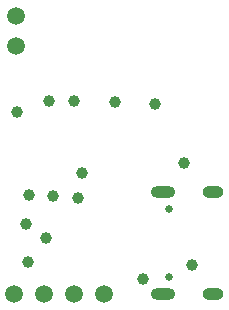
<source format=gbs>
%TF.GenerationSoftware,KiCad,Pcbnew,7.0.10*%
%TF.CreationDate,2024-03-03T23:10:31-08:00*%
%TF.ProjectId,Tracker_Band_V1,54726163-6b65-4725-9f42-616e645f5631,1*%
%TF.SameCoordinates,Original*%
%TF.FileFunction,Soldermask,Bot*%
%TF.FilePolarity,Negative*%
%FSLAX46Y46*%
G04 Gerber Fmt 4.6, Leading zero omitted, Abs format (unit mm)*
G04 Created by KiCad (PCBNEW 7.0.10) date 2024-03-03 23:10:31*
%MOMM*%
%LPD*%
G01*
G04 APERTURE LIST*
%ADD10C,0.650000*%
%ADD11O,2.100000X1.000000*%
%ADD12O,1.800000X1.000000*%
%ADD13C,1.000000*%
%ADD14C,1.500000*%
G04 APERTURE END LIST*
D10*
%TO.C,J1*%
X136330000Y-98940000D03*
X136330000Y-93160000D03*
D11*
X135810000Y-100370000D03*
D12*
X140010000Y-100370000D03*
D11*
X135810000Y-91730000D03*
D12*
X140010000Y-91730000D03*
%TD*%
D13*
%TO.C,TP9*%
X128250000Y-84050000D03*
%TD*%
%TO.C,TP20*%
X124400000Y-97700000D03*
%TD*%
%TO.C,TP11*%
X134100000Y-99150000D03*
%TD*%
%TO.C,TP8*%
X128575000Y-92250000D03*
%TD*%
D14*
%TO.C,TP3*%
X128280000Y-100375000D03*
%TD*%
%TO.C,TP5*%
X123350000Y-79390000D03*
%TD*%
D13*
%TO.C,TP21*%
X137600000Y-89300000D03*
%TD*%
%TO.C,TP16*%
X124450000Y-92050000D03*
%TD*%
D14*
%TO.C,TP6*%
X123350000Y-76850000D03*
%TD*%
D13*
%TO.C,TP7*%
X138225000Y-97950000D03*
%TD*%
%TO.C,TP15*%
X124200000Y-94500000D03*
%TD*%
D14*
%TO.C,TP4*%
X130819999Y-100375000D03*
%TD*%
D13*
%TO.C,TP12*%
X123450000Y-84975000D03*
%TD*%
%TO.C,TP14*%
X126450000Y-92100000D03*
%TD*%
%TO.C,TP10*%
X131700000Y-84150000D03*
%TD*%
%TO.C,TP18*%
X125875000Y-95650000D03*
%TD*%
%TO.C,TP19*%
X128925000Y-90175000D03*
%TD*%
%TO.C,TP17*%
X135100000Y-84300000D03*
%TD*%
%TO.C,TP13*%
X126100000Y-84050000D03*
%TD*%
D14*
%TO.C,TP2*%
X125740000Y-100374999D03*
%TD*%
%TO.C,TP1*%
X123200000Y-100375000D03*
%TD*%
M02*

</source>
